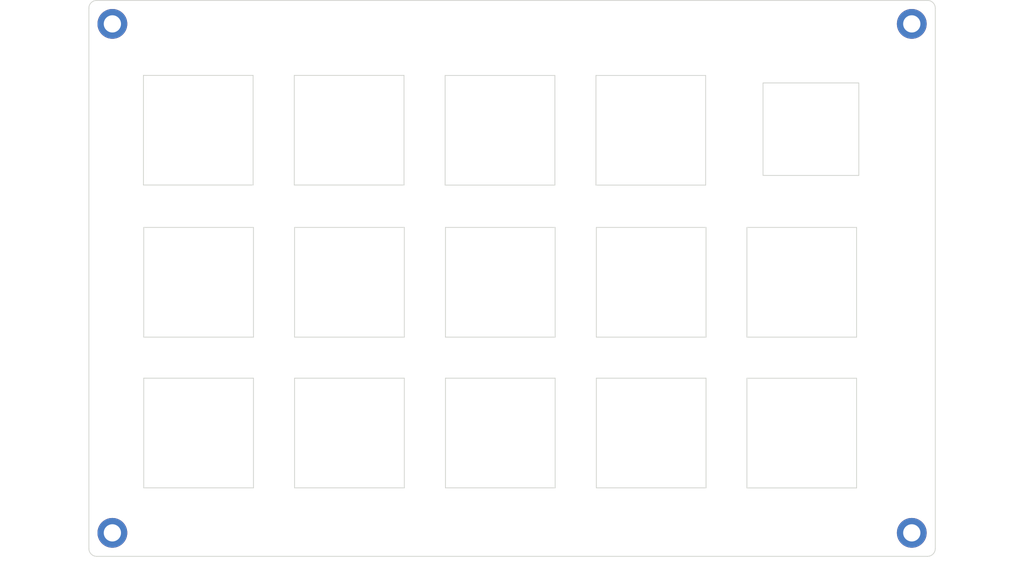
<source format=kicad_pcb>
(kicad_pcb (version 20221018) (generator pcbnew)
  (layers (0 "F.Cu" signal) (31 "B.Cu" signal) (34 "B.Paste" user) (35 "F.Paste" user) (36 "B.SilkS" user "B.Silkscreen") (37 "F.SilkS" user "F.Silkscreen") (38 "B.Mask" user) (39 "F.Mask" user) (44 "Edge.Cuts" user))
  (net 0 "")
  (footprint "MountingHole:MountingHole_2.2mm_M2_DIN965_Pad" (layer "F.Cu") (at 199.5 65)
    (fp_text reference "REF**" hide)
    (fp_text value "MountingHole_2.2mm_M2_DIN965_Pad")
    (pad "1" thru_hole circle (at 0 0) (size 3.8 3.8) (drill 2.2) (layers "*.Cu" "*.Mask"))
  )
  (footprint "MountingHole:MountingHole_2.2mm_M2_DIN965_Pad" (layer "F.Cu") (at 97.5 130)
    (fp_text reference "REF**" hide)
    (fp_text value "MountingHole_2.2mm_M2_DIN965_Pad")
    (pad "1" thru_hole circle (at 0 0) (size 3.8 3.8) (drill 2.2) (layers "*.Cu" "*.Mask"))
  )
  (footprint "MountingHole:MountingHole_2.2mm_M2_DIN965_Pad" (layer "F.Cu") (at 199.5 130)
    (fp_text reference "REF**" hide)
    (fp_text value "MountingHole_2.2mm_M2_DIN965_Pad")
    (pad "1" thru_hole circle (at 0 0) (size 3.8 3.8) (drill 2.2) (layers "*.Cu" "*.Mask"))
  )
  (footprint "MountingHole:MountingHole_2.2mm_M2_DIN965_Pad" (layer "F.Cu") (at 97.5 65)
    (fp_text reference "REF**" hide)
    (fp_text value "MountingHole_2.2mm_M2_DIN965_Pad")
    (pad "1" thru_hole circle (at 0 0) (size 3.8 3.8) (drill 2.2) (layers "*.Cu" "*.Mask"))
  )
  (gr_line (start 101.5 105) (end 101.5 91) (stroke (width 0.1)) (layer "Edge.Cuts"))
  (gr_line (start 134.71 85.58) (end 120.71 85.58) (stroke (width 0.1)) (layer "Edge.Cuts"))
  (gr_line (start 139.96 71.59) (end 153.96 71.59) (stroke (width 0.1)) (layer "Edge.Cuts"))
  (gr_line (start 94.5 63) (end 94.5 132) (stroke (width 0.1)) (layer "Edge.Cuts"))
  (gr_line (start 115.46 71.58) (end 115.46 85.58) (stroke (width 0.1)) (layer "Edge.Cuts"))
  (gr_line (start 178.46 110.26) (end 192.46 110.26) (stroke (width 0.1)) (layer "Edge.Cuts"))
  (gr_line (start 178.46 91) (end 192.46 91) (stroke (width 0.1)) (layer "Edge.Cuts"))
  (gr_line (start 201.5 62) (end 95.5 62) (stroke (width 0.1)) (layer "Edge.Cuts"))
  (gr_arc (start 95.5 133) (mid 94.792893 132.707107) (end 94.5 132) (stroke (width 0.1)) (layer "Edge.Cuts"))
  (gr_line (start 115.5 91) (end 115.5 105) (stroke (width 0.1)) (layer "Edge.Cuts"))
  (gr_rect (start 180.52 72.54) (end 192.74 84.36) (stroke (width 0.1)) (fill none) (layer "Edge.Cuts"))
  (gr_line (start 134.75 105) (end 120.75 105) (stroke (width 0.1)) (layer "Edge.Cuts"))
  (gr_arc (start 201.5 62) (mid 202.207107 62.292893) (end 202.5 63) (stroke (width 0.1)) (layer "Edge.Cuts"))
  (gr_line (start 95.5 133) (end 201.5 133) (stroke (width 0.1)) (layer "Edge.Cuts"))
  (gr_line (start 140 124.25) (end 140 110.25) (stroke (width 0.1)) (layer "Edge.Cuts"))
  (gr_line (start 159.25 91) (end 173.25 91) (stroke (width 0.1)) (layer "Edge.Cuts"))
  (gr_line (start 173.25 91) (end 173.25 105) (stroke (width 0.1)) (layer "Edge.Cuts"))
  (gr_line (start 139.96 85.59) (end 139.96 71.59) (stroke (width 0.1)) (layer "Edge.Cuts"))
  (gr_line (start 101.5 110.25) (end 115.5 110.25) (stroke (width 0.1)) (layer "Edge.Cuts"))
  (gr_line (start 101.46 71.58) (end 115.46 71.58) (stroke (width 0.1)) (layer "Edge.Cuts"))
  (gr_line (start 115.5 124.25) (end 101.5 124.25) (stroke (width 0.1)) (layer "Edge.Cuts"))
  (gr_line (start 192.46 110.26) (end 192.46 124.26) (stroke (width 0.1)) (layer "Edge.Cuts"))
  (gr_line (start 134.71 71.58) (end 134.71 85.58) (stroke (width 0.1)) (layer "Edge.Cuts"))
  (gr_line (start 173.25 105) (end 159.25 105) (stroke (width 0.1)) (layer "Edge.Cuts"))
  (gr_line (start 159.25 105) (end 159.25 91) (stroke (width 0.1)) (layer "Edge.Cuts"))
  (gr_line (start 120.75 124.25) (end 120.75 110.25) (stroke (width 0.1)) (layer "Edge.Cuts"))
  (gr_line (start 173.25 110.25) (end 173.25 124.25) (stroke (width 0.1)) (layer "Edge.Cuts"))
  (gr_line (start 120.71 71.58) (end 134.71 71.58) (stroke (width 0.1)) (layer "Edge.Cuts"))
  (gr_line (start 159.25 110.25) (end 173.25 110.25) (stroke (width 0.1)) (layer "Edge.Cuts"))
  (gr_line (start 173.25 124.25) (end 159.25 124.25) (stroke (width 0.1)) (layer "Edge.Cuts"))
  (gr_line (start 154 124.25) (end 140 124.25) (stroke (width 0.1)) (layer "Edge.Cuts"))
  (gr_line (start 178.46 105) (end 178.46 91) (stroke (width 0.1)) (layer "Edge.Cuts"))
  (gr_line (start 154 110.25) (end 154 124.25) (stroke (width 0.1)) (layer "Edge.Cuts"))
  (gr_line (start 140 91) (end 154 91) (stroke (width 0.1)) (layer "Edge.Cuts"))
  (gr_line (start 202.5 132) (end 202.5 63) (stroke (width 0.1)) (layer "Edge.Cuts"))
  (gr_line (start 192.46 91) (end 192.46 105) (stroke (width 0.1)) (layer "Edge.Cuts"))
  (gr_line (start 159.25 124.25) (end 159.25 110.25) (stroke (width 0.1)) (layer "Edge.Cuts"))
  (gr_line (start 120.75 110.25) (end 134.75 110.25) (stroke (width 0.1)) (layer "Edge.Cuts"))
  (gr_line (start 153.96 85.59) (end 139.96 85.59) (stroke (width 0.1)) (layer "Edge.Cuts"))
  (gr_line (start 115.5 105) (end 101.5 105) (stroke (width 0.1)) (layer "Edge.Cuts"))
  (gr_line (start 101.46 85.58) (end 101.46 71.58) (stroke (width 0.1)) (layer "Edge.Cuts"))
  (gr_line (start 178.46 124.26) (end 178.46 110.26) (stroke (width 0.1)) (layer "Edge.Cuts"))
  (gr_arc (start 94.5 63) (mid 94.792893 62.292893) (end 95.5 62) (stroke (width 0.1)) (layer "Edge.Cuts"))
  (gr_line (start 101.5 91) (end 115.5 91) (stroke (width 0.1)) (layer "Edge.Cuts"))
  (gr_arc (start 202.5 132) (mid 202.207107 132.707107) (end 201.5 133) (stroke (width 0.1)) (layer "Edge.Cuts"))
  (gr_line (start 140 110.25) (end 154 110.25) (stroke (width 0.1)) (layer "Edge.Cuts"))
  (gr_line (start 153.96 71.59) (end 153.96 85.59) (stroke (width 0.1)) (layer "Edge.Cuts"))
  (gr_line (start 192.46 124.26) (end 178.46 124.26) (stroke (width 0.1)) (layer "Edge.Cuts"))
  (gr_line (start 173.2 71.59) (end 173.2 85.59) (stroke (width 0.1)) (layer "Edge.Cuts"))
  (gr_line (start 134.75 91) (end 134.75 105) (stroke (width 0.1)) (layer "Edge.Cuts"))
  (gr_line (start 192.46 105) (end 178.46 105) (stroke (width 0.1)) (layer "Edge.Cuts"))
  (gr_line (start 140 105) (end 140 91) (stroke (width 0.1)) (layer "Edge.Cuts"))
  (gr_line (start 120.75 105) (end 120.75 91) (stroke (width 0.1)) (layer "Edge.Cuts"))
  (gr_line (start 173.2 85.59) (end 159.2 85.59) (stroke (width 0.1)) (layer "Edge.Cuts"))
  (gr_line (start 154 105) (end 140 105) (stroke (width 0.1)) (layer "Edge.Cuts"))
  (gr_line (start 115.46 85.58) (end 101.46 85.58) (stroke (width 0.1)) (layer "Edge.Cuts"))
  (gr_line (start 120.75 91) (end 134.75 91) (stroke (width 0.1)) (layer "Edge.Cuts"))
  (gr_line (start 159.2 85.59) (end 159.2 71.59) (stroke (width 0.1)) (layer "Edge.Cuts"))
  (gr_line (start 134.75 110.25) (end 134.75 124.25) (stroke (width 0.1)) (layer "Edge.Cuts"))
  (gr_line (start 101.5 124.25) (end 101.5 110.25) (stroke (width 0.1)) (layer "Edge.Cuts"))
  (gr_line (start 115.5 110.25) (end 115.5 124.25) (stroke (width 0.1)) (layer "Edge.Cuts"))
  (gr_line (start 159.2 71.59) (end 173.2 71.59) (stroke (width 0.1)) (layer "Edge.Cuts"))
  (gr_line (start 120.71 85.58) (end 120.71 71.58) (stroke (width 0.1)) (layer "Edge.Cuts"))
  (gr_line (start 134.75 124.25) (end 120.75 124.25) (stroke (width 0.1)) (layer "Edge.Cuts"))
  (gr_line (start 154 91) (end 154 105) (stroke (width 0.1)) (layer "Edge.Cuts"))
)
</source>
